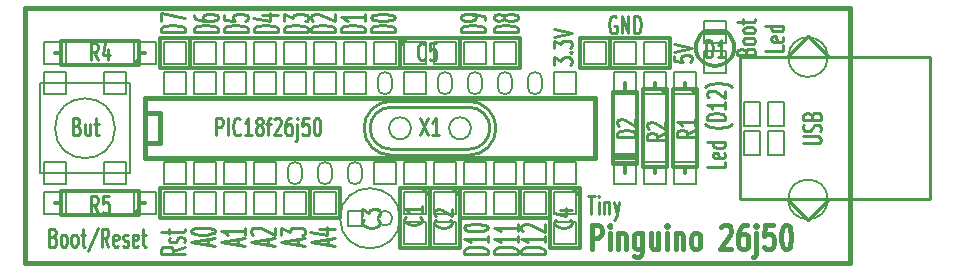
<source format=gto>
G04 (created by PCBNEW (2012-09-11 BZR 3714)-testing) date mer. 12 sept. 2012 09:40:05 CEST*
%MOIN*%
G04 Gerber Fmt 3.4, Leading zero omitted, Abs format*
%FSLAX34Y34*%
G01*
G70*
G90*
G04 APERTURE LIST*
%ADD10C,0.006*%
%ADD11C,0.0099*%
%ADD12C,0.015*%
%ADD13C,0.012*%
%ADD14C,0.01*%
%ADD15C,0.005*%
G04 APERTURE END LIST*
G54D10*
G54D11*
X70529Y-42940D02*
X70557Y-42884D01*
X70586Y-42865D01*
X70643Y-42846D01*
X70729Y-42846D01*
X70786Y-42865D01*
X70814Y-42884D01*
X70843Y-42921D01*
X70843Y-43071D01*
X70243Y-43071D01*
X70243Y-42940D01*
X70271Y-42902D01*
X70300Y-42884D01*
X70357Y-42865D01*
X70414Y-42865D01*
X70471Y-42884D01*
X70500Y-42902D01*
X70529Y-42940D01*
X70529Y-43071D01*
X70843Y-42621D02*
X70814Y-42658D01*
X70786Y-42677D01*
X70729Y-42696D01*
X70557Y-42696D01*
X70500Y-42677D01*
X70471Y-42658D01*
X70443Y-42621D01*
X70443Y-42565D01*
X70471Y-42527D01*
X70500Y-42508D01*
X70557Y-42490D01*
X70729Y-42490D01*
X70786Y-42508D01*
X70814Y-42527D01*
X70843Y-42565D01*
X70843Y-42621D01*
X70843Y-42265D02*
X70814Y-42302D01*
X70786Y-42321D01*
X70729Y-42340D01*
X70557Y-42340D01*
X70500Y-42321D01*
X70471Y-42302D01*
X70443Y-42265D01*
X70443Y-42209D01*
X70471Y-42171D01*
X70500Y-42152D01*
X70557Y-42134D01*
X70729Y-42134D01*
X70786Y-42152D01*
X70814Y-42171D01*
X70843Y-42209D01*
X70843Y-42265D01*
X70443Y-42021D02*
X70443Y-41871D01*
X70243Y-41965D02*
X70757Y-41965D01*
X70814Y-41946D01*
X70843Y-41909D01*
X70843Y-41871D01*
X71782Y-42725D02*
X71782Y-42912D01*
X71182Y-42912D01*
X71753Y-42443D02*
X71782Y-42481D01*
X71782Y-42556D01*
X71753Y-42593D01*
X71696Y-42612D01*
X71468Y-42612D01*
X71410Y-42593D01*
X71382Y-42556D01*
X71382Y-42481D01*
X71410Y-42443D01*
X71468Y-42424D01*
X71525Y-42424D01*
X71582Y-42612D01*
X71782Y-42086D02*
X71182Y-42086D01*
X71753Y-42086D02*
X71782Y-42124D01*
X71782Y-42199D01*
X71753Y-42236D01*
X71725Y-42255D01*
X71668Y-42274D01*
X71496Y-42274D01*
X71439Y-42255D01*
X71410Y-42236D01*
X71382Y-42199D01*
X71382Y-42124D01*
X71410Y-42086D01*
X69843Y-46610D02*
X69843Y-46797D01*
X69243Y-46797D01*
X69814Y-46328D02*
X69843Y-46366D01*
X69843Y-46441D01*
X69814Y-46478D01*
X69757Y-46497D01*
X69529Y-46497D01*
X69471Y-46478D01*
X69443Y-46441D01*
X69443Y-46366D01*
X69471Y-46328D01*
X69529Y-46309D01*
X69586Y-46309D01*
X69643Y-46497D01*
X69843Y-45971D02*
X69243Y-45971D01*
X69814Y-45971D02*
X69843Y-46009D01*
X69843Y-46084D01*
X69814Y-46121D01*
X69786Y-46140D01*
X69729Y-46159D01*
X69557Y-46159D01*
X69500Y-46140D01*
X69471Y-46121D01*
X69443Y-46084D01*
X69443Y-46009D01*
X69471Y-45971D01*
X70071Y-45372D02*
X70043Y-45390D01*
X69957Y-45428D01*
X69900Y-45447D01*
X69814Y-45465D01*
X69671Y-45484D01*
X69557Y-45484D01*
X69414Y-45465D01*
X69329Y-45447D01*
X69271Y-45428D01*
X69186Y-45390D01*
X69157Y-45372D01*
X69843Y-45221D02*
X69243Y-45221D01*
X69243Y-45127D01*
X69271Y-45071D01*
X69329Y-45034D01*
X69386Y-45015D01*
X69500Y-44996D01*
X69586Y-44996D01*
X69700Y-45015D01*
X69757Y-45034D01*
X69814Y-45071D01*
X69843Y-45127D01*
X69843Y-45221D01*
X69843Y-44621D02*
X69843Y-44846D01*
X69843Y-44733D02*
X69243Y-44733D01*
X69329Y-44771D01*
X69386Y-44808D01*
X69414Y-44846D01*
X69300Y-44471D02*
X69271Y-44452D01*
X69243Y-44415D01*
X69243Y-44321D01*
X69271Y-44283D01*
X69300Y-44265D01*
X69357Y-44246D01*
X69414Y-44246D01*
X69500Y-44265D01*
X69843Y-44490D01*
X69843Y-44246D01*
X70071Y-44115D02*
X70043Y-44096D01*
X69957Y-44058D01*
X69900Y-44040D01*
X69814Y-44021D01*
X69671Y-44002D01*
X69557Y-44002D01*
X69414Y-44021D01*
X69329Y-44040D01*
X69271Y-44058D01*
X69186Y-44096D01*
X69157Y-44115D01*
X47446Y-49129D02*
X47502Y-49157D01*
X47521Y-49186D01*
X47540Y-49243D01*
X47540Y-49329D01*
X47521Y-49386D01*
X47502Y-49414D01*
X47465Y-49443D01*
X47315Y-49443D01*
X47315Y-48843D01*
X47446Y-48843D01*
X47484Y-48871D01*
X47502Y-48900D01*
X47521Y-48957D01*
X47521Y-49014D01*
X47502Y-49071D01*
X47484Y-49100D01*
X47446Y-49129D01*
X47315Y-49129D01*
X47765Y-49443D02*
X47728Y-49414D01*
X47709Y-49386D01*
X47690Y-49329D01*
X47690Y-49157D01*
X47709Y-49100D01*
X47728Y-49071D01*
X47765Y-49043D01*
X47821Y-49043D01*
X47859Y-49071D01*
X47878Y-49100D01*
X47896Y-49157D01*
X47896Y-49329D01*
X47878Y-49386D01*
X47859Y-49414D01*
X47821Y-49443D01*
X47765Y-49443D01*
X48121Y-49443D02*
X48084Y-49414D01*
X48065Y-49386D01*
X48046Y-49329D01*
X48046Y-49157D01*
X48065Y-49100D01*
X48084Y-49071D01*
X48121Y-49043D01*
X48177Y-49043D01*
X48215Y-49071D01*
X48234Y-49100D01*
X48252Y-49157D01*
X48252Y-49329D01*
X48234Y-49386D01*
X48215Y-49414D01*
X48177Y-49443D01*
X48121Y-49443D01*
X48365Y-49043D02*
X48515Y-49043D01*
X48421Y-48843D02*
X48421Y-49357D01*
X48440Y-49414D01*
X48477Y-49443D01*
X48515Y-49443D01*
X48927Y-48814D02*
X48590Y-49586D01*
X49284Y-49443D02*
X49153Y-49157D01*
X49059Y-49443D02*
X49059Y-48843D01*
X49209Y-48843D01*
X49246Y-48871D01*
X49265Y-48900D01*
X49284Y-48957D01*
X49284Y-49043D01*
X49265Y-49100D01*
X49246Y-49129D01*
X49209Y-49157D01*
X49059Y-49157D01*
X49603Y-49414D02*
X49565Y-49443D01*
X49490Y-49443D01*
X49453Y-49414D01*
X49434Y-49357D01*
X49434Y-49129D01*
X49453Y-49071D01*
X49490Y-49043D01*
X49565Y-49043D01*
X49603Y-49071D01*
X49622Y-49129D01*
X49622Y-49186D01*
X49434Y-49243D01*
X49772Y-49414D02*
X49810Y-49443D01*
X49885Y-49443D01*
X49922Y-49414D01*
X49941Y-49357D01*
X49941Y-49329D01*
X49922Y-49271D01*
X49885Y-49243D01*
X49828Y-49243D01*
X49791Y-49214D01*
X49772Y-49157D01*
X49772Y-49129D01*
X49791Y-49071D01*
X49828Y-49043D01*
X49885Y-49043D01*
X49922Y-49071D01*
X50260Y-49414D02*
X50222Y-49443D01*
X50147Y-49443D01*
X50110Y-49414D01*
X50091Y-49357D01*
X50091Y-49129D01*
X50110Y-49071D01*
X50147Y-49043D01*
X50222Y-49043D01*
X50260Y-49071D01*
X50279Y-49129D01*
X50279Y-49186D01*
X50091Y-49243D01*
X50392Y-49043D02*
X50542Y-49043D01*
X50448Y-48843D02*
X50448Y-49357D01*
X50467Y-49414D01*
X50504Y-49443D01*
X50542Y-49443D01*
X65266Y-47743D02*
X65491Y-47743D01*
X65378Y-48343D02*
X65378Y-47743D01*
X65622Y-48343D02*
X65622Y-47943D01*
X65622Y-47743D02*
X65603Y-47771D01*
X65622Y-47800D01*
X65641Y-47771D01*
X65622Y-47743D01*
X65622Y-47800D01*
X65810Y-47943D02*
X65810Y-48343D01*
X65810Y-48000D02*
X65829Y-47971D01*
X65866Y-47943D01*
X65922Y-47943D01*
X65960Y-47971D01*
X65979Y-48029D01*
X65979Y-48343D01*
X66128Y-47943D02*
X66222Y-48343D01*
X66316Y-47943D02*
X66222Y-48343D01*
X66185Y-48486D01*
X66166Y-48514D01*
X66128Y-48543D01*
G54D12*
X65386Y-49524D02*
X65386Y-48724D01*
X65614Y-48724D01*
X65672Y-48762D01*
X65700Y-48800D01*
X65729Y-48876D01*
X65729Y-48990D01*
X65700Y-49067D01*
X65672Y-49105D01*
X65614Y-49143D01*
X65386Y-49143D01*
X65986Y-49524D02*
X65986Y-48990D01*
X65986Y-48724D02*
X65957Y-48762D01*
X65986Y-48800D01*
X66014Y-48762D01*
X65986Y-48724D01*
X65986Y-48800D01*
X66272Y-48990D02*
X66272Y-49524D01*
X66272Y-49067D02*
X66300Y-49029D01*
X66358Y-48990D01*
X66443Y-48990D01*
X66500Y-49029D01*
X66529Y-49105D01*
X66529Y-49524D01*
X67072Y-48990D02*
X67072Y-49638D01*
X67043Y-49714D01*
X67015Y-49752D01*
X66958Y-49790D01*
X66872Y-49790D01*
X66815Y-49752D01*
X67072Y-49486D02*
X67015Y-49524D01*
X66901Y-49524D01*
X66843Y-49486D01*
X66815Y-49448D01*
X66786Y-49371D01*
X66786Y-49143D01*
X66815Y-49067D01*
X66843Y-49029D01*
X66901Y-48990D01*
X67015Y-48990D01*
X67072Y-49029D01*
X67615Y-48990D02*
X67615Y-49524D01*
X67358Y-48990D02*
X67358Y-49410D01*
X67386Y-49486D01*
X67444Y-49524D01*
X67529Y-49524D01*
X67586Y-49486D01*
X67615Y-49448D01*
X67901Y-49524D02*
X67901Y-48990D01*
X67901Y-48724D02*
X67872Y-48762D01*
X67901Y-48800D01*
X67929Y-48762D01*
X67901Y-48724D01*
X67901Y-48800D01*
X68187Y-48990D02*
X68187Y-49524D01*
X68187Y-49067D02*
X68215Y-49029D01*
X68273Y-48990D01*
X68358Y-48990D01*
X68415Y-49029D01*
X68444Y-49105D01*
X68444Y-49524D01*
X68816Y-49524D02*
X68758Y-49486D01*
X68730Y-49448D01*
X68701Y-49371D01*
X68701Y-49143D01*
X68730Y-49067D01*
X68758Y-49029D01*
X68816Y-48990D01*
X68901Y-48990D01*
X68958Y-49029D01*
X68987Y-49067D01*
X69016Y-49143D01*
X69016Y-49371D01*
X68987Y-49448D01*
X68958Y-49486D01*
X68901Y-49524D01*
X68816Y-49524D01*
X69701Y-48800D02*
X69730Y-48762D01*
X69787Y-48724D01*
X69930Y-48724D01*
X69987Y-48762D01*
X70016Y-48800D01*
X70044Y-48876D01*
X70044Y-48952D01*
X70016Y-49067D01*
X69673Y-49524D01*
X70044Y-49524D01*
X70558Y-48724D02*
X70444Y-48724D01*
X70387Y-48762D01*
X70358Y-48800D01*
X70301Y-48914D01*
X70272Y-49067D01*
X70272Y-49371D01*
X70301Y-49448D01*
X70329Y-49486D01*
X70387Y-49524D01*
X70501Y-49524D01*
X70558Y-49486D01*
X70587Y-49448D01*
X70615Y-49371D01*
X70615Y-49181D01*
X70587Y-49105D01*
X70558Y-49067D01*
X70501Y-49029D01*
X70387Y-49029D01*
X70329Y-49067D01*
X70301Y-49105D01*
X70272Y-49181D01*
X70872Y-48990D02*
X70872Y-49676D01*
X70843Y-49752D01*
X70786Y-49790D01*
X70758Y-49790D01*
X70872Y-48724D02*
X70843Y-48762D01*
X70872Y-48800D01*
X70900Y-48762D01*
X70872Y-48724D01*
X70872Y-48800D01*
X71444Y-48724D02*
X71158Y-48724D01*
X71129Y-49105D01*
X71158Y-49067D01*
X71215Y-49029D01*
X71358Y-49029D01*
X71415Y-49067D01*
X71444Y-49105D01*
X71472Y-49181D01*
X71472Y-49371D01*
X71444Y-49448D01*
X71415Y-49486D01*
X71358Y-49524D01*
X71215Y-49524D01*
X71158Y-49486D01*
X71129Y-49448D01*
X71843Y-48724D02*
X71900Y-48724D01*
X71957Y-48762D01*
X71986Y-48800D01*
X72015Y-48876D01*
X72043Y-49029D01*
X72043Y-49219D01*
X72015Y-49371D01*
X71986Y-49448D01*
X71957Y-49486D01*
X71900Y-49524D01*
X71843Y-49524D01*
X71786Y-49486D01*
X71757Y-49448D01*
X71729Y-49371D01*
X71700Y-49219D01*
X71700Y-49029D01*
X71729Y-48876D01*
X71757Y-48800D01*
X71786Y-48762D01*
X71843Y-48724D01*
G54D11*
X61824Y-42290D02*
X61024Y-42290D01*
X61024Y-42196D01*
X61062Y-42140D01*
X61138Y-42103D01*
X61214Y-42084D01*
X61367Y-42065D01*
X61481Y-42065D01*
X61633Y-42084D01*
X61710Y-42103D01*
X61786Y-42140D01*
X61824Y-42196D01*
X61824Y-42290D01*
X61824Y-41877D02*
X61824Y-41802D01*
X61786Y-41765D01*
X61748Y-41746D01*
X61633Y-41709D01*
X61481Y-41690D01*
X61176Y-41690D01*
X61100Y-41709D01*
X61062Y-41727D01*
X61024Y-41765D01*
X61024Y-41840D01*
X61062Y-41877D01*
X61100Y-41896D01*
X61176Y-41915D01*
X61367Y-41915D01*
X61443Y-41896D01*
X61481Y-41877D01*
X61519Y-41840D01*
X61519Y-41765D01*
X61481Y-41727D01*
X61443Y-41709D01*
X61367Y-41690D01*
X62924Y-42290D02*
X62124Y-42290D01*
X62124Y-42196D01*
X62162Y-42140D01*
X62238Y-42103D01*
X62314Y-42084D01*
X62467Y-42065D01*
X62581Y-42065D01*
X62733Y-42084D01*
X62810Y-42103D01*
X62886Y-42140D01*
X62924Y-42196D01*
X62924Y-42290D01*
X62467Y-41840D02*
X62429Y-41877D01*
X62390Y-41896D01*
X62314Y-41915D01*
X62276Y-41915D01*
X62200Y-41896D01*
X62162Y-41877D01*
X62124Y-41840D01*
X62124Y-41765D01*
X62162Y-41727D01*
X62200Y-41709D01*
X62276Y-41690D01*
X62314Y-41690D01*
X62390Y-41709D01*
X62429Y-41727D01*
X62467Y-41765D01*
X62467Y-41840D01*
X62505Y-41877D01*
X62543Y-41896D01*
X62619Y-41915D01*
X62771Y-41915D01*
X62848Y-41896D01*
X62886Y-41877D01*
X62924Y-41840D01*
X62924Y-41765D01*
X62886Y-41727D01*
X62848Y-41709D01*
X62771Y-41690D01*
X62619Y-41690D01*
X62543Y-41709D01*
X62505Y-41727D01*
X62467Y-41765D01*
X59835Y-43182D02*
X59816Y-43211D01*
X59760Y-43239D01*
X59722Y-43239D01*
X59666Y-43211D01*
X59629Y-43154D01*
X59610Y-43098D01*
X59591Y-42985D01*
X59591Y-42901D01*
X59610Y-42788D01*
X59629Y-42732D01*
X59666Y-42676D01*
X59722Y-42648D01*
X59760Y-42648D01*
X59816Y-42676D01*
X59835Y-42704D01*
X60191Y-42648D02*
X60004Y-42648D01*
X59985Y-42929D01*
X60004Y-42901D01*
X60041Y-42873D01*
X60135Y-42873D01*
X60173Y-42901D01*
X60191Y-42929D01*
X60210Y-42985D01*
X60210Y-43126D01*
X60191Y-43182D01*
X60173Y-43211D01*
X60135Y-43239D01*
X60041Y-43239D01*
X60004Y-43211D01*
X59985Y-43182D01*
X58824Y-42290D02*
X58024Y-42290D01*
X58024Y-42196D01*
X58062Y-42140D01*
X58138Y-42103D01*
X58214Y-42084D01*
X58367Y-42065D01*
X58481Y-42065D01*
X58633Y-42084D01*
X58710Y-42103D01*
X58786Y-42140D01*
X58824Y-42196D01*
X58824Y-42290D01*
X58024Y-41821D02*
X58024Y-41784D01*
X58062Y-41746D01*
X58100Y-41727D01*
X58176Y-41709D01*
X58329Y-41690D01*
X58519Y-41690D01*
X58671Y-41709D01*
X58748Y-41727D01*
X58786Y-41746D01*
X58824Y-41784D01*
X58824Y-41821D01*
X58786Y-41859D01*
X58748Y-41877D01*
X58671Y-41896D01*
X58519Y-41915D01*
X58329Y-41915D01*
X58176Y-41896D01*
X58100Y-41877D01*
X58062Y-41859D01*
X58024Y-41821D01*
X57824Y-42290D02*
X57024Y-42290D01*
X57024Y-42196D01*
X57062Y-42140D01*
X57138Y-42103D01*
X57214Y-42084D01*
X57367Y-42065D01*
X57481Y-42065D01*
X57633Y-42084D01*
X57710Y-42103D01*
X57786Y-42140D01*
X57824Y-42196D01*
X57824Y-42290D01*
X57824Y-41690D02*
X57824Y-41915D01*
X57824Y-41802D02*
X57024Y-41802D01*
X57138Y-41840D01*
X57214Y-41877D01*
X57252Y-41915D01*
X56824Y-42290D02*
X56024Y-42290D01*
X56024Y-42196D01*
X56062Y-42140D01*
X56138Y-42103D01*
X56214Y-42084D01*
X56367Y-42065D01*
X56481Y-42065D01*
X56633Y-42084D01*
X56710Y-42103D01*
X56786Y-42140D01*
X56824Y-42196D01*
X56824Y-42290D01*
X56100Y-41915D02*
X56062Y-41896D01*
X56024Y-41859D01*
X56024Y-41765D01*
X56062Y-41727D01*
X56100Y-41709D01*
X56176Y-41690D01*
X56252Y-41690D01*
X56367Y-41709D01*
X56824Y-41934D01*
X56824Y-41690D01*
X55924Y-42290D02*
X55124Y-42290D01*
X55124Y-42196D01*
X55162Y-42140D01*
X55238Y-42103D01*
X55314Y-42084D01*
X55467Y-42065D01*
X55581Y-42065D01*
X55733Y-42084D01*
X55810Y-42103D01*
X55886Y-42140D01*
X55924Y-42196D01*
X55924Y-42290D01*
X55124Y-41934D02*
X55124Y-41690D01*
X55429Y-41821D01*
X55429Y-41765D01*
X55467Y-41727D01*
X55505Y-41709D01*
X55581Y-41690D01*
X55771Y-41690D01*
X55848Y-41709D01*
X55886Y-41727D01*
X55924Y-41765D01*
X55924Y-41877D01*
X55886Y-41915D01*
X55848Y-41934D01*
X54924Y-42290D02*
X54124Y-42290D01*
X54124Y-42196D01*
X54162Y-42140D01*
X54238Y-42103D01*
X54314Y-42084D01*
X54467Y-42065D01*
X54581Y-42065D01*
X54733Y-42084D01*
X54810Y-42103D01*
X54886Y-42140D01*
X54924Y-42196D01*
X54924Y-42290D01*
X54390Y-41727D02*
X54924Y-41727D01*
X54086Y-41821D02*
X54657Y-41915D01*
X54657Y-41671D01*
X53924Y-42290D02*
X53124Y-42290D01*
X53124Y-42196D01*
X53162Y-42140D01*
X53238Y-42103D01*
X53314Y-42084D01*
X53467Y-42065D01*
X53581Y-42065D01*
X53733Y-42084D01*
X53810Y-42103D01*
X53886Y-42140D01*
X53924Y-42196D01*
X53924Y-42290D01*
X53124Y-41709D02*
X53124Y-41896D01*
X53505Y-41915D01*
X53467Y-41896D01*
X53429Y-41859D01*
X53429Y-41765D01*
X53467Y-41727D01*
X53505Y-41709D01*
X53581Y-41690D01*
X53771Y-41690D01*
X53848Y-41709D01*
X53886Y-41727D01*
X53924Y-41765D01*
X53924Y-41859D01*
X53886Y-41896D01*
X53848Y-41915D01*
X52924Y-42290D02*
X52124Y-42290D01*
X52124Y-42196D01*
X52162Y-42140D01*
X52238Y-42103D01*
X52314Y-42084D01*
X52467Y-42065D01*
X52581Y-42065D01*
X52733Y-42084D01*
X52810Y-42103D01*
X52886Y-42140D01*
X52924Y-42196D01*
X52924Y-42290D01*
X52124Y-41727D02*
X52124Y-41802D01*
X52162Y-41840D01*
X52200Y-41859D01*
X52314Y-41896D01*
X52467Y-41915D01*
X52771Y-41915D01*
X52848Y-41896D01*
X52886Y-41877D01*
X52924Y-41840D01*
X52924Y-41765D01*
X52886Y-41727D01*
X52848Y-41709D01*
X52771Y-41690D01*
X52581Y-41690D01*
X52505Y-41709D01*
X52467Y-41727D01*
X52429Y-41765D01*
X52429Y-41840D01*
X52467Y-41877D01*
X52505Y-41896D01*
X52581Y-41915D01*
X51824Y-42290D02*
X51024Y-42290D01*
X51024Y-42196D01*
X51062Y-42140D01*
X51138Y-42103D01*
X51214Y-42084D01*
X51367Y-42065D01*
X51481Y-42065D01*
X51633Y-42084D01*
X51710Y-42103D01*
X51786Y-42140D01*
X51824Y-42196D01*
X51824Y-42290D01*
X51024Y-41934D02*
X51024Y-41671D01*
X51824Y-41840D01*
X61924Y-49678D02*
X61124Y-49678D01*
X61124Y-49584D01*
X61162Y-49528D01*
X61238Y-49491D01*
X61314Y-49472D01*
X61467Y-49453D01*
X61581Y-49453D01*
X61733Y-49472D01*
X61810Y-49491D01*
X61886Y-49528D01*
X61924Y-49584D01*
X61924Y-49678D01*
X61924Y-49078D02*
X61924Y-49303D01*
X61924Y-49190D02*
X61124Y-49190D01*
X61238Y-49228D01*
X61314Y-49265D01*
X61352Y-49303D01*
X61124Y-48834D02*
X61124Y-48797D01*
X61162Y-48759D01*
X61200Y-48740D01*
X61276Y-48722D01*
X61429Y-48703D01*
X61619Y-48703D01*
X61771Y-48722D01*
X61848Y-48740D01*
X61886Y-48759D01*
X61924Y-48797D01*
X61924Y-48834D01*
X61886Y-48872D01*
X61848Y-48890D01*
X61771Y-48909D01*
X61619Y-48928D01*
X61429Y-48928D01*
X61276Y-48909D01*
X61200Y-48890D01*
X61162Y-48872D01*
X61124Y-48834D01*
X62924Y-49678D02*
X62124Y-49678D01*
X62124Y-49584D01*
X62162Y-49528D01*
X62238Y-49491D01*
X62314Y-49472D01*
X62467Y-49453D01*
X62581Y-49453D01*
X62733Y-49472D01*
X62810Y-49491D01*
X62886Y-49528D01*
X62924Y-49584D01*
X62924Y-49678D01*
X62924Y-49078D02*
X62924Y-49303D01*
X62924Y-49190D02*
X62124Y-49190D01*
X62238Y-49228D01*
X62314Y-49265D01*
X62352Y-49303D01*
X62924Y-48703D02*
X62924Y-48928D01*
X62924Y-48815D02*
X62124Y-48815D01*
X62238Y-48853D01*
X62314Y-48890D01*
X62352Y-48928D01*
X63824Y-49678D02*
X63024Y-49678D01*
X63024Y-49584D01*
X63062Y-49528D01*
X63138Y-49491D01*
X63214Y-49472D01*
X63367Y-49453D01*
X63481Y-49453D01*
X63633Y-49472D01*
X63710Y-49491D01*
X63786Y-49528D01*
X63824Y-49584D01*
X63824Y-49678D01*
X63824Y-49078D02*
X63824Y-49303D01*
X63824Y-49190D02*
X63024Y-49190D01*
X63138Y-49228D01*
X63214Y-49265D01*
X63252Y-49303D01*
X63100Y-48928D02*
X63062Y-48909D01*
X63024Y-48872D01*
X63024Y-48778D01*
X63062Y-48740D01*
X63100Y-48722D01*
X63176Y-48703D01*
X63252Y-48703D01*
X63367Y-48722D01*
X63824Y-48947D01*
X63824Y-48703D01*
X59681Y-45148D02*
X59944Y-45739D01*
X59944Y-45148D02*
X59681Y-45739D01*
X60300Y-45739D02*
X60075Y-45739D01*
X60188Y-45739D02*
X60188Y-45148D01*
X60150Y-45232D01*
X60113Y-45288D01*
X60075Y-45317D01*
X52875Y-45739D02*
X52875Y-45148D01*
X53025Y-45148D01*
X53062Y-45176D01*
X53081Y-45204D01*
X53100Y-45260D01*
X53100Y-45345D01*
X53081Y-45401D01*
X53062Y-45429D01*
X53025Y-45457D01*
X52875Y-45457D01*
X53269Y-45739D02*
X53269Y-45148D01*
X53682Y-45682D02*
X53663Y-45711D01*
X53607Y-45739D01*
X53569Y-45739D01*
X53513Y-45711D01*
X53476Y-45654D01*
X53457Y-45598D01*
X53438Y-45485D01*
X53438Y-45401D01*
X53457Y-45288D01*
X53476Y-45232D01*
X53513Y-45176D01*
X53569Y-45148D01*
X53607Y-45148D01*
X53663Y-45176D01*
X53682Y-45204D01*
X54057Y-45739D02*
X53832Y-45739D01*
X53945Y-45739D02*
X53945Y-45148D01*
X53907Y-45232D01*
X53870Y-45288D01*
X53832Y-45317D01*
X54282Y-45401D02*
X54245Y-45373D01*
X54226Y-45345D01*
X54207Y-45288D01*
X54207Y-45260D01*
X54226Y-45204D01*
X54245Y-45176D01*
X54282Y-45148D01*
X54357Y-45148D01*
X54395Y-45176D01*
X54413Y-45204D01*
X54432Y-45260D01*
X54432Y-45288D01*
X54413Y-45345D01*
X54395Y-45373D01*
X54357Y-45401D01*
X54282Y-45401D01*
X54245Y-45429D01*
X54226Y-45457D01*
X54207Y-45514D01*
X54207Y-45626D01*
X54226Y-45682D01*
X54245Y-45711D01*
X54282Y-45739D01*
X54357Y-45739D01*
X54395Y-45711D01*
X54413Y-45682D01*
X54432Y-45626D01*
X54432Y-45514D01*
X54413Y-45457D01*
X54395Y-45429D01*
X54357Y-45401D01*
X54545Y-45345D02*
X54695Y-45345D01*
X54601Y-45739D02*
X54601Y-45232D01*
X54620Y-45176D01*
X54657Y-45148D01*
X54695Y-45148D01*
X54807Y-45204D02*
X54826Y-45176D01*
X54863Y-45148D01*
X54957Y-45148D01*
X54995Y-45176D01*
X55013Y-45204D01*
X55032Y-45260D01*
X55032Y-45317D01*
X55013Y-45401D01*
X54788Y-45739D01*
X55032Y-45739D01*
X55370Y-45148D02*
X55295Y-45148D01*
X55257Y-45176D01*
X55238Y-45204D01*
X55201Y-45288D01*
X55182Y-45401D01*
X55182Y-45626D01*
X55201Y-45682D01*
X55220Y-45711D01*
X55257Y-45739D01*
X55332Y-45739D01*
X55370Y-45711D01*
X55388Y-45682D01*
X55407Y-45626D01*
X55407Y-45485D01*
X55388Y-45429D01*
X55370Y-45401D01*
X55332Y-45373D01*
X55257Y-45373D01*
X55220Y-45401D01*
X55201Y-45429D01*
X55182Y-45485D01*
X55576Y-45345D02*
X55576Y-45851D01*
X55557Y-45908D01*
X55520Y-45936D01*
X55501Y-45936D01*
X55576Y-45148D02*
X55557Y-45176D01*
X55576Y-45204D01*
X55595Y-45176D01*
X55576Y-45148D01*
X55576Y-45204D01*
X55951Y-45148D02*
X55764Y-45148D01*
X55745Y-45429D01*
X55764Y-45401D01*
X55801Y-45373D01*
X55895Y-45373D01*
X55933Y-45401D01*
X55951Y-45429D01*
X55970Y-45485D01*
X55970Y-45626D01*
X55951Y-45682D01*
X55933Y-45711D01*
X55895Y-45739D01*
X55801Y-45739D01*
X55764Y-45711D01*
X55745Y-45682D01*
X56214Y-45148D02*
X56251Y-45148D01*
X56289Y-45176D01*
X56308Y-45204D01*
X56326Y-45260D01*
X56345Y-45373D01*
X56345Y-45514D01*
X56326Y-45626D01*
X56308Y-45682D01*
X56289Y-45711D01*
X56251Y-45739D01*
X56214Y-45739D01*
X56176Y-45711D01*
X56158Y-45682D01*
X56139Y-45626D01*
X56120Y-45514D01*
X56120Y-45373D01*
X56139Y-45260D01*
X56158Y-45204D01*
X56176Y-45176D01*
X56214Y-45148D01*
X48935Y-43239D02*
X48804Y-42957D01*
X48710Y-43239D02*
X48710Y-42648D01*
X48860Y-42648D01*
X48897Y-42676D01*
X48916Y-42704D01*
X48935Y-42760D01*
X48935Y-42845D01*
X48916Y-42901D01*
X48897Y-42929D01*
X48860Y-42957D01*
X48710Y-42957D01*
X49273Y-42845D02*
X49273Y-43239D01*
X49179Y-42620D02*
X49085Y-43042D01*
X49329Y-43042D01*
X48238Y-45429D02*
X48294Y-45457D01*
X48313Y-45485D01*
X48332Y-45542D01*
X48332Y-45626D01*
X48313Y-45682D01*
X48294Y-45711D01*
X48257Y-45739D01*
X48107Y-45739D01*
X48107Y-45148D01*
X48238Y-45148D01*
X48276Y-45176D01*
X48294Y-45204D01*
X48313Y-45260D01*
X48313Y-45317D01*
X48294Y-45373D01*
X48276Y-45401D01*
X48238Y-45429D01*
X48107Y-45429D01*
X48670Y-45345D02*
X48670Y-45739D01*
X48501Y-45345D02*
X48501Y-45654D01*
X48520Y-45711D01*
X48557Y-45739D01*
X48613Y-45739D01*
X48651Y-45711D01*
X48670Y-45682D01*
X48801Y-45345D02*
X48951Y-45345D01*
X48857Y-45148D02*
X48857Y-45654D01*
X48876Y-45711D01*
X48913Y-45739D01*
X48951Y-45739D01*
X48935Y-48339D02*
X48804Y-48057D01*
X48710Y-48339D02*
X48710Y-47748D01*
X48860Y-47748D01*
X48897Y-47776D01*
X48916Y-47804D01*
X48935Y-47860D01*
X48935Y-47945D01*
X48916Y-48001D01*
X48897Y-48029D01*
X48860Y-48057D01*
X48710Y-48057D01*
X49291Y-47748D02*
X49104Y-47748D01*
X49085Y-48029D01*
X49104Y-48001D01*
X49141Y-47973D01*
X49235Y-47973D01*
X49273Y-48001D01*
X49291Y-48029D01*
X49310Y-48085D01*
X49310Y-48226D01*
X49291Y-48282D01*
X49273Y-48311D01*
X49235Y-48339D01*
X49141Y-48339D01*
X49104Y-48311D01*
X49085Y-48282D01*
X56595Y-49381D02*
X56595Y-49193D01*
X56824Y-49418D02*
X56024Y-49287D01*
X56824Y-49156D01*
X56290Y-48855D02*
X56824Y-48855D01*
X55986Y-48949D02*
X56557Y-49043D01*
X56557Y-48799D01*
X55595Y-49381D02*
X55595Y-49193D01*
X55824Y-49418D02*
X55024Y-49287D01*
X55824Y-49156D01*
X55024Y-49062D02*
X55024Y-48818D01*
X55329Y-48949D01*
X55329Y-48893D01*
X55367Y-48855D01*
X55405Y-48837D01*
X55481Y-48818D01*
X55671Y-48818D01*
X55748Y-48837D01*
X55786Y-48855D01*
X55824Y-48893D01*
X55824Y-49005D01*
X55786Y-49043D01*
X55748Y-49062D01*
X54595Y-49381D02*
X54595Y-49193D01*
X54824Y-49418D02*
X54024Y-49287D01*
X54824Y-49156D01*
X54100Y-49043D02*
X54062Y-49024D01*
X54024Y-48987D01*
X54024Y-48893D01*
X54062Y-48855D01*
X54100Y-48837D01*
X54176Y-48818D01*
X54252Y-48818D01*
X54367Y-48837D01*
X54824Y-49062D01*
X54824Y-48818D01*
X53595Y-49381D02*
X53595Y-49193D01*
X53824Y-49418D02*
X53024Y-49287D01*
X53824Y-49156D01*
X53824Y-48818D02*
X53824Y-49043D01*
X53824Y-48930D02*
X53024Y-48930D01*
X53138Y-48968D01*
X53214Y-49005D01*
X53252Y-49043D01*
X52595Y-49381D02*
X52595Y-49193D01*
X52824Y-49418D02*
X52024Y-49287D01*
X52824Y-49156D01*
X52024Y-48949D02*
X52024Y-48912D01*
X52062Y-48874D01*
X52100Y-48855D01*
X52176Y-48837D01*
X52329Y-48818D01*
X52519Y-48818D01*
X52671Y-48837D01*
X52748Y-48855D01*
X52786Y-48874D01*
X52824Y-48912D01*
X52824Y-48949D01*
X52786Y-48987D01*
X52748Y-49005D01*
X52671Y-49024D01*
X52519Y-49043D01*
X52329Y-49043D01*
X52176Y-49024D01*
X52100Y-49005D01*
X52062Y-48987D01*
X52024Y-48949D01*
X51824Y-49450D02*
X51443Y-49581D01*
X51824Y-49675D02*
X51024Y-49675D01*
X51024Y-49525D01*
X51062Y-49488D01*
X51100Y-49469D01*
X51176Y-49450D01*
X51290Y-49450D01*
X51367Y-49469D01*
X51405Y-49488D01*
X51443Y-49525D01*
X51443Y-49675D01*
X51786Y-49300D02*
X51824Y-49262D01*
X51824Y-49187D01*
X51786Y-49150D01*
X51710Y-49131D01*
X51671Y-49131D01*
X51595Y-49150D01*
X51557Y-49187D01*
X51557Y-49244D01*
X51519Y-49281D01*
X51443Y-49300D01*
X51405Y-49300D01*
X51329Y-49281D01*
X51290Y-49244D01*
X51290Y-49187D01*
X51329Y-49150D01*
X51290Y-49018D02*
X51290Y-48868D01*
X51024Y-48962D02*
X51710Y-48962D01*
X51786Y-48943D01*
X51824Y-48906D01*
X51824Y-48868D01*
X58282Y-48565D02*
X58311Y-48584D01*
X58339Y-48640D01*
X58339Y-48678D01*
X58311Y-48734D01*
X58254Y-48771D01*
X58198Y-48790D01*
X58085Y-48809D01*
X58001Y-48809D01*
X57888Y-48790D01*
X57832Y-48771D01*
X57776Y-48734D01*
X57748Y-48678D01*
X57748Y-48640D01*
X57776Y-48584D01*
X57804Y-48565D01*
X57748Y-48434D02*
X57748Y-48190D01*
X57973Y-48321D01*
X57973Y-48265D01*
X58001Y-48227D01*
X58029Y-48209D01*
X58085Y-48190D01*
X58226Y-48190D01*
X58282Y-48209D01*
X58311Y-48227D01*
X58339Y-48265D01*
X58339Y-48377D01*
X58311Y-48415D01*
X58282Y-48434D01*
X59682Y-48465D02*
X59711Y-48484D01*
X59739Y-48540D01*
X59739Y-48578D01*
X59711Y-48634D01*
X59654Y-48671D01*
X59598Y-48690D01*
X59485Y-48709D01*
X59401Y-48709D01*
X59288Y-48690D01*
X59232Y-48671D01*
X59176Y-48634D01*
X59148Y-48578D01*
X59148Y-48540D01*
X59176Y-48484D01*
X59204Y-48465D01*
X59739Y-48090D02*
X59739Y-48315D01*
X59739Y-48202D02*
X59148Y-48202D01*
X59232Y-48240D01*
X59288Y-48277D01*
X59317Y-48315D01*
X60682Y-48565D02*
X60711Y-48584D01*
X60739Y-48640D01*
X60739Y-48678D01*
X60711Y-48734D01*
X60654Y-48771D01*
X60598Y-48790D01*
X60485Y-48809D01*
X60401Y-48809D01*
X60288Y-48790D01*
X60232Y-48771D01*
X60176Y-48734D01*
X60148Y-48678D01*
X60148Y-48640D01*
X60176Y-48584D01*
X60204Y-48565D01*
X60204Y-48415D02*
X60176Y-48396D01*
X60148Y-48359D01*
X60148Y-48265D01*
X60176Y-48227D01*
X60204Y-48209D01*
X60260Y-48190D01*
X60317Y-48190D01*
X60401Y-48209D01*
X60739Y-48434D01*
X60739Y-48190D01*
X64682Y-48565D02*
X64711Y-48584D01*
X64739Y-48640D01*
X64739Y-48678D01*
X64711Y-48734D01*
X64654Y-48771D01*
X64598Y-48790D01*
X64485Y-48809D01*
X64401Y-48809D01*
X64288Y-48790D01*
X64232Y-48771D01*
X64176Y-48734D01*
X64148Y-48678D01*
X64148Y-48640D01*
X64176Y-48584D01*
X64204Y-48565D01*
X64345Y-48227D02*
X64739Y-48227D01*
X64120Y-48321D02*
X64542Y-48415D01*
X64542Y-48171D01*
X68148Y-43075D02*
X68148Y-43262D01*
X68429Y-43281D01*
X68401Y-43262D01*
X68373Y-43225D01*
X68373Y-43131D01*
X68401Y-43093D01*
X68429Y-43075D01*
X68485Y-43056D01*
X68626Y-43056D01*
X68682Y-43075D01*
X68711Y-43093D01*
X68739Y-43131D01*
X68739Y-43225D01*
X68711Y-43262D01*
X68682Y-43281D01*
X68148Y-42943D02*
X68739Y-42812D01*
X68148Y-42681D01*
X66200Y-41776D02*
X66163Y-41748D01*
X66106Y-41748D01*
X66050Y-41776D01*
X66013Y-41832D01*
X65994Y-41888D01*
X65975Y-42001D01*
X65975Y-42085D01*
X65994Y-42198D01*
X66013Y-42254D01*
X66050Y-42311D01*
X66106Y-42339D01*
X66144Y-42339D01*
X66200Y-42311D01*
X66219Y-42282D01*
X66219Y-42085D01*
X66144Y-42085D01*
X66388Y-42339D02*
X66388Y-41748D01*
X66613Y-42339D01*
X66613Y-41748D01*
X66801Y-42339D02*
X66801Y-41748D01*
X66895Y-41748D01*
X66951Y-41776D01*
X66988Y-41832D01*
X67007Y-41888D01*
X67026Y-42001D01*
X67026Y-42085D01*
X67007Y-42198D01*
X66988Y-42254D01*
X66951Y-42311D01*
X66895Y-42339D01*
X66801Y-42339D01*
X64148Y-43382D02*
X64148Y-43138D01*
X64373Y-43269D01*
X64373Y-43213D01*
X64401Y-43175D01*
X64429Y-43157D01*
X64485Y-43138D01*
X64626Y-43138D01*
X64682Y-43157D01*
X64711Y-43175D01*
X64739Y-43213D01*
X64739Y-43325D01*
X64711Y-43363D01*
X64682Y-43382D01*
X64682Y-42969D02*
X64711Y-42950D01*
X64739Y-42969D01*
X64711Y-42988D01*
X64682Y-42969D01*
X64739Y-42969D01*
X64148Y-42819D02*
X64148Y-42575D01*
X64373Y-42706D01*
X64373Y-42650D01*
X64401Y-42612D01*
X64429Y-42594D01*
X64485Y-42575D01*
X64626Y-42575D01*
X64682Y-42594D01*
X64711Y-42612D01*
X64739Y-42650D01*
X64739Y-42762D01*
X64711Y-42800D01*
X64682Y-42819D01*
X64148Y-42462D02*
X64739Y-42331D01*
X64148Y-42200D01*
X68839Y-45565D02*
X68557Y-45696D01*
X68839Y-45790D02*
X68248Y-45790D01*
X68248Y-45640D01*
X68276Y-45603D01*
X68304Y-45584D01*
X68360Y-45565D01*
X68445Y-45565D01*
X68501Y-45584D01*
X68529Y-45603D01*
X68557Y-45640D01*
X68557Y-45790D01*
X68839Y-45190D02*
X68839Y-45415D01*
X68839Y-45302D02*
X68248Y-45302D01*
X68332Y-45340D01*
X68388Y-45377D01*
X68417Y-45415D01*
X67839Y-45665D02*
X67557Y-45796D01*
X67839Y-45890D02*
X67248Y-45890D01*
X67248Y-45740D01*
X67276Y-45703D01*
X67304Y-45684D01*
X67360Y-45665D01*
X67445Y-45665D01*
X67501Y-45684D01*
X67529Y-45703D01*
X67557Y-45740D01*
X67557Y-45890D01*
X67304Y-45515D02*
X67276Y-45496D01*
X67248Y-45459D01*
X67248Y-45365D01*
X67276Y-45327D01*
X67304Y-45309D01*
X67360Y-45290D01*
X67417Y-45290D01*
X67501Y-45309D01*
X67839Y-45534D01*
X67839Y-45290D01*
X66839Y-45790D02*
X66248Y-45790D01*
X66248Y-45696D01*
X66276Y-45640D01*
X66332Y-45603D01*
X66388Y-45584D01*
X66501Y-45565D01*
X66585Y-45565D01*
X66698Y-45584D01*
X66754Y-45603D01*
X66811Y-45640D01*
X66839Y-45696D01*
X66839Y-45790D01*
X66304Y-45415D02*
X66276Y-45396D01*
X66248Y-45359D01*
X66248Y-45265D01*
X66276Y-45227D01*
X66304Y-45209D01*
X66360Y-45190D01*
X66417Y-45190D01*
X66501Y-45209D01*
X66839Y-45434D01*
X66839Y-45190D01*
X72448Y-45997D02*
X72926Y-45997D01*
X72982Y-45978D01*
X73011Y-45960D01*
X73039Y-45922D01*
X73039Y-45847D01*
X73011Y-45810D01*
X72982Y-45791D01*
X72926Y-45772D01*
X72448Y-45772D01*
X73011Y-45603D02*
X73039Y-45547D01*
X73039Y-45453D01*
X73011Y-45415D01*
X72982Y-45397D01*
X72926Y-45378D01*
X72870Y-45378D01*
X72814Y-45397D01*
X72785Y-45415D01*
X72757Y-45453D01*
X72729Y-45528D01*
X72701Y-45565D01*
X72673Y-45584D01*
X72617Y-45603D01*
X72560Y-45603D01*
X72504Y-45584D01*
X72476Y-45565D01*
X72448Y-45528D01*
X72448Y-45434D01*
X72476Y-45378D01*
X72729Y-45078D02*
X72757Y-45022D01*
X72785Y-45003D01*
X72842Y-44984D01*
X72926Y-44984D01*
X72982Y-45003D01*
X73011Y-45022D01*
X73039Y-45059D01*
X73039Y-45209D01*
X72448Y-45209D01*
X72448Y-45078D01*
X72476Y-45040D01*
X72504Y-45022D01*
X72560Y-45003D01*
X72617Y-45003D01*
X72673Y-45022D01*
X72701Y-45040D01*
X72729Y-45078D01*
X72729Y-45209D01*
X69210Y-43139D02*
X69210Y-42548D01*
X69304Y-42548D01*
X69360Y-42576D01*
X69397Y-42632D01*
X69416Y-42688D01*
X69435Y-42801D01*
X69435Y-42885D01*
X69416Y-42998D01*
X69397Y-43054D01*
X69360Y-43111D01*
X69304Y-43139D01*
X69210Y-43139D01*
X69810Y-43139D02*
X69585Y-43139D01*
X69698Y-43139D02*
X69698Y-42548D01*
X69660Y-42632D01*
X69623Y-42688D01*
X69585Y-42717D01*
G54D12*
X74000Y-41500D02*
X74000Y-50000D01*
X46500Y-41500D02*
X74000Y-41500D01*
X46500Y-50000D02*
X46500Y-41500D01*
X74000Y-50000D02*
X46500Y-50000D01*
G54D13*
X69090Y-42340D02*
X69940Y-42340D01*
X69850Y-42270D02*
X69840Y-42260D01*
X69970Y-42370D02*
X69850Y-42270D01*
X70080Y-42530D02*
X69970Y-42370D01*
X70130Y-42700D02*
X70080Y-42530D01*
X70130Y-42940D02*
X70130Y-42700D01*
X70060Y-43120D02*
X70130Y-42940D01*
X69910Y-43290D02*
X70060Y-43120D01*
X69710Y-43400D02*
X69910Y-43290D01*
X69510Y-43430D02*
X69710Y-43400D01*
X69500Y-43430D02*
X69300Y-43400D01*
X69300Y-43400D02*
X69100Y-43290D01*
X69100Y-43290D02*
X68950Y-43120D01*
X68950Y-43120D02*
X68880Y-42940D01*
X68880Y-42940D02*
X68880Y-42700D01*
X68880Y-42700D02*
X68930Y-42530D01*
X68930Y-42530D02*
X69040Y-42370D01*
X69040Y-42370D02*
X69160Y-42270D01*
X69160Y-42270D02*
X69170Y-42260D01*
X69170Y-42260D02*
X69820Y-42260D01*
G54D14*
X58700Y-46200D02*
X61300Y-46200D01*
X61300Y-44800D02*
X58700Y-44800D01*
X61300Y-46200D02*
G75*
G03X62000Y-45500I0J700D01*
G74*
G01*
X62000Y-45500D02*
G75*
G03X61300Y-44800I-700J0D01*
G74*
G01*
X58000Y-45500D02*
G75*
G03X58700Y-46200I700J0D01*
G74*
G01*
X58700Y-44800D02*
G75*
G03X58000Y-45500I0J-700D01*
G74*
G01*
X61300Y-46400D02*
G75*
G03X62200Y-45500I0J900D01*
G74*
G01*
X61300Y-44600D02*
G75*
G02X62200Y-45500I0J-900D01*
G74*
G01*
X61300Y-46400D02*
X58700Y-46400D01*
X58700Y-44600D02*
X61300Y-44600D01*
X57800Y-45500D02*
G75*
G03X58700Y-46400I900J0D01*
G74*
G01*
X58700Y-44600D02*
G75*
G03X57800Y-45500I0J-900D01*
G74*
G01*
G54D13*
X59020Y-42500D02*
X61000Y-42500D01*
X61000Y-42500D02*
X61000Y-43500D01*
X61000Y-43500D02*
X59000Y-43500D01*
X59000Y-43500D02*
X59000Y-42500D01*
X59000Y-42750D02*
X59250Y-42500D01*
X65000Y-47520D02*
X65000Y-49500D01*
X65000Y-49500D02*
X64000Y-49500D01*
X64000Y-49500D02*
X64000Y-47500D01*
X64000Y-47500D02*
X65000Y-47500D01*
X64750Y-47500D02*
X65000Y-47750D01*
X61000Y-47520D02*
X61000Y-49500D01*
X61000Y-49500D02*
X60000Y-49500D01*
X60000Y-49500D02*
X60000Y-47500D01*
X60000Y-47500D02*
X61000Y-47500D01*
X60750Y-47500D02*
X61000Y-47750D01*
X60000Y-47520D02*
X60000Y-49500D01*
X60000Y-49500D02*
X59000Y-49500D01*
X59000Y-49500D02*
X59000Y-47500D01*
X59000Y-47500D02*
X60000Y-47500D01*
X59750Y-47500D02*
X60000Y-47750D01*
G54D15*
X49500Y-45500D02*
G75*
G03X49500Y-45500I-1000J0D01*
G74*
G01*
X50000Y-44000D02*
X50000Y-47000D01*
X50000Y-47000D02*
X47000Y-47000D01*
X47000Y-47000D02*
X47000Y-44000D01*
X50000Y-44000D02*
X47000Y-44000D01*
G54D12*
X50500Y-44500D02*
X65500Y-44500D01*
X65500Y-44500D02*
X65500Y-46500D01*
X65500Y-46500D02*
X50500Y-46500D01*
X50500Y-46500D02*
X50500Y-44500D01*
X50500Y-45000D02*
X51000Y-45000D01*
X51000Y-45000D02*
X51000Y-46000D01*
X51000Y-46000D02*
X50500Y-46000D01*
G54D14*
X71910Y-43130D02*
X72600Y-42440D01*
X72600Y-42440D02*
X73290Y-43130D01*
X71910Y-47870D02*
X72600Y-48560D01*
X72600Y-48560D02*
X73290Y-47870D01*
X72600Y-47870D02*
X76660Y-47870D01*
X76660Y-47870D02*
X76660Y-43130D01*
X76660Y-43130D02*
X72600Y-43130D01*
X72600Y-43130D02*
X70350Y-43130D01*
X70350Y-43130D02*
X70350Y-47870D01*
X70350Y-47870D02*
X72600Y-47870D01*
G54D13*
X66500Y-47000D02*
X66500Y-46700D01*
X66500Y-46700D02*
X66900Y-46700D01*
X66900Y-46700D02*
X66900Y-44300D01*
X66900Y-44300D02*
X66500Y-44300D01*
X66500Y-44300D02*
X66500Y-44000D01*
X66500Y-44300D02*
X66100Y-44300D01*
X66100Y-44300D02*
X66100Y-46700D01*
X66100Y-46700D02*
X66500Y-46700D01*
X66900Y-46500D02*
X66100Y-46500D01*
X66100Y-46400D02*
X66900Y-46400D01*
X64000Y-47500D02*
X64000Y-48500D01*
X64000Y-48500D02*
X61000Y-48500D01*
X61000Y-48500D02*
X61000Y-47500D01*
X61000Y-47500D02*
X64000Y-47500D01*
X63000Y-48500D02*
X63000Y-47500D01*
X65000Y-43500D02*
X65000Y-42500D01*
X65000Y-42500D02*
X68000Y-42500D01*
X68000Y-42500D02*
X68000Y-43500D01*
X68000Y-43500D02*
X65000Y-43500D01*
X66000Y-42500D02*
X66000Y-43500D01*
X51000Y-42500D02*
X59000Y-42500D01*
X59000Y-42500D02*
X59000Y-43500D01*
X59000Y-43500D02*
X51000Y-43500D01*
X51000Y-43500D02*
X51000Y-42500D01*
X52000Y-43500D02*
X52000Y-42500D01*
X61000Y-43500D02*
X61000Y-42500D01*
X61000Y-42500D02*
X63000Y-42500D01*
X63000Y-42500D02*
X63000Y-43500D01*
X63000Y-43500D02*
X61000Y-43500D01*
X68500Y-44000D02*
X68500Y-44200D01*
X68500Y-47000D02*
X68500Y-46800D01*
X68500Y-46800D02*
X68900Y-46800D01*
X68900Y-46800D02*
X68900Y-44200D01*
X68900Y-44200D02*
X68100Y-44200D01*
X68100Y-44200D02*
X68100Y-46800D01*
X68100Y-46800D02*
X68500Y-46800D01*
X68700Y-44200D02*
X68900Y-44400D01*
X67500Y-44000D02*
X67500Y-44200D01*
X67500Y-47000D02*
X67500Y-46800D01*
X67500Y-46800D02*
X67900Y-46800D01*
X67900Y-46800D02*
X67900Y-44200D01*
X67900Y-44200D02*
X67100Y-44200D01*
X67100Y-44200D02*
X67100Y-46800D01*
X67100Y-46800D02*
X67500Y-46800D01*
X67700Y-44200D02*
X67900Y-44400D01*
X50500Y-43000D02*
X50300Y-43000D01*
X47500Y-43000D02*
X47700Y-43000D01*
X47700Y-43000D02*
X47700Y-43400D01*
X47700Y-43400D02*
X50300Y-43400D01*
X50300Y-43400D02*
X50300Y-42600D01*
X50300Y-42600D02*
X47700Y-42600D01*
X47700Y-42600D02*
X47700Y-43000D01*
X50300Y-43200D02*
X50100Y-43400D01*
X50500Y-48000D02*
X50300Y-48000D01*
X47500Y-48000D02*
X47700Y-48000D01*
X47700Y-48000D02*
X47700Y-48400D01*
X47700Y-48400D02*
X50300Y-48400D01*
X50300Y-48400D02*
X50300Y-47600D01*
X50300Y-47600D02*
X47700Y-47600D01*
X47700Y-47600D02*
X47700Y-48000D01*
X50300Y-48200D02*
X50100Y-48400D01*
X57000Y-47500D02*
X57000Y-48500D01*
X57000Y-48500D02*
X51000Y-48500D01*
X51000Y-48500D02*
X51000Y-47500D01*
X51000Y-47500D02*
X57000Y-47500D01*
X56000Y-47500D02*
X56000Y-48500D01*
G54D15*
X59001Y-48500D02*
G75*
G03X59001Y-48500I-1001J0D01*
G74*
G01*
G54D10*
X69130Y-42930D02*
X69130Y-43670D01*
X69870Y-43670D01*
X69870Y-42930D01*
X69130Y-42930D01*
X69130Y-41930D02*
X69130Y-42670D01*
X69870Y-42670D01*
X69870Y-41930D01*
X69130Y-41930D01*
X59363Y-45500D02*
G75*
G03X59363Y-45500I-363J0D01*
G74*
G01*
X61363Y-45500D02*
G75*
G03X61363Y-45500I-363J0D01*
G74*
G01*
X59130Y-42630D02*
X59130Y-43370D01*
X59870Y-43370D01*
X59870Y-42630D01*
X59130Y-42630D01*
X60130Y-42630D02*
X60130Y-43370D01*
X60870Y-43370D01*
X60870Y-42630D01*
X60130Y-42630D01*
X64130Y-47630D02*
X64130Y-48370D01*
X64870Y-48370D01*
X64870Y-47630D01*
X64130Y-47630D01*
X64130Y-48630D02*
X64130Y-49370D01*
X64870Y-49370D01*
X64870Y-48630D01*
X64130Y-48630D01*
X60130Y-47630D02*
X60130Y-48370D01*
X60870Y-48370D01*
X60870Y-47630D01*
X60130Y-47630D01*
X60130Y-48630D02*
X60130Y-49370D01*
X60870Y-49370D01*
X60870Y-48630D01*
X60130Y-48630D01*
X59130Y-47630D02*
X59130Y-48370D01*
X59870Y-48370D01*
X59870Y-47630D01*
X59130Y-47630D01*
X59130Y-48630D02*
X59130Y-49370D01*
X59870Y-49370D01*
X59870Y-48630D01*
X59130Y-48630D01*
X49130Y-46630D02*
X49130Y-47370D01*
X49870Y-47370D01*
X49870Y-46630D01*
X49130Y-46630D01*
X47130Y-46630D02*
X47130Y-47370D01*
X47870Y-47370D01*
X47870Y-46630D01*
X47130Y-46630D01*
X49130Y-43630D02*
X49130Y-44370D01*
X49870Y-44370D01*
X49870Y-43630D01*
X49130Y-43630D01*
X47130Y-43630D02*
X47130Y-44370D01*
X47870Y-44370D01*
X47870Y-43630D01*
X47130Y-43630D01*
X52130Y-46630D02*
X52130Y-47370D01*
X52870Y-47370D01*
X52870Y-46630D01*
X52130Y-46630D01*
X53130Y-46630D02*
X53130Y-47370D01*
X53870Y-47370D01*
X53870Y-46630D01*
X53130Y-46630D01*
X54130Y-46630D02*
X54130Y-47370D01*
X54870Y-47370D01*
X54870Y-46630D01*
X54130Y-46630D01*
X55745Y-47125D02*
X55745Y-46875D01*
X55255Y-47125D02*
X55255Y-46875D01*
X55745Y-46875D02*
G75*
G03X55255Y-46875I-245J0D01*
G74*
G01*
X55255Y-47125D02*
G75*
G03X55745Y-47125I245J0D01*
G74*
G01*
X56745Y-47125D02*
X56745Y-46875D01*
X56255Y-47125D02*
X56255Y-46875D01*
X56745Y-46875D02*
G75*
G03X56255Y-46875I-245J0D01*
G74*
G01*
X56255Y-47125D02*
G75*
G03X56745Y-47125I245J0D01*
G74*
G01*
X57745Y-47125D02*
X57745Y-46875D01*
X57255Y-47125D02*
X57255Y-46875D01*
X57745Y-46875D02*
G75*
G03X57255Y-46875I-245J0D01*
G74*
G01*
X57255Y-47125D02*
G75*
G03X57745Y-47125I245J0D01*
G74*
G01*
X58130Y-46630D02*
X58130Y-47370D01*
X58870Y-47370D01*
X58870Y-46630D01*
X58130Y-46630D01*
X59130Y-46630D02*
X59130Y-47370D01*
X59870Y-47370D01*
X59870Y-46630D01*
X59130Y-46630D01*
X60130Y-46630D02*
X60130Y-47370D01*
X60870Y-47370D01*
X60870Y-46630D01*
X60130Y-46630D01*
X61130Y-46630D02*
X61130Y-47370D01*
X61870Y-47370D01*
X61870Y-46630D01*
X61130Y-46630D01*
X62130Y-46630D02*
X62130Y-47370D01*
X62870Y-47370D01*
X62870Y-46630D01*
X62130Y-46630D01*
X63130Y-46630D02*
X63130Y-47370D01*
X63870Y-47370D01*
X63870Y-46630D01*
X63130Y-46630D01*
X64130Y-46630D02*
X64130Y-47370D01*
X64870Y-47370D01*
X64870Y-46630D01*
X64130Y-46630D01*
X51130Y-46630D02*
X51130Y-47370D01*
X51870Y-47370D01*
X51870Y-46630D01*
X51130Y-46630D01*
X64130Y-43630D02*
X64130Y-44370D01*
X64870Y-44370D01*
X64870Y-43630D01*
X64130Y-43630D01*
X63745Y-44125D02*
X63745Y-43875D01*
X63255Y-44125D02*
X63255Y-43875D01*
X63745Y-43875D02*
G75*
G03X63255Y-43875I-245J0D01*
G74*
G01*
X63255Y-44125D02*
G75*
G03X63745Y-44125I245J0D01*
G74*
G01*
X62745Y-44125D02*
X62745Y-43875D01*
X62255Y-44125D02*
X62255Y-43875D01*
X62745Y-43875D02*
G75*
G03X62255Y-43875I-245J0D01*
G74*
G01*
X62255Y-44125D02*
G75*
G03X62745Y-44125I245J0D01*
G74*
G01*
X61745Y-44125D02*
X61745Y-43875D01*
X61255Y-44125D02*
X61255Y-43875D01*
X61745Y-43875D02*
G75*
G03X61255Y-43875I-245J0D01*
G74*
G01*
X61255Y-44125D02*
G75*
G03X61745Y-44125I245J0D01*
G74*
G01*
X60745Y-44125D02*
X60745Y-43875D01*
X60255Y-44125D02*
X60255Y-43875D01*
X60745Y-43875D02*
G75*
G03X60255Y-43875I-245J0D01*
G74*
G01*
X60255Y-44125D02*
G75*
G03X60745Y-44125I245J0D01*
G74*
G01*
X59130Y-43630D02*
X59130Y-44370D01*
X59870Y-44370D01*
X59870Y-43630D01*
X59130Y-43630D01*
X58745Y-44125D02*
X58745Y-43875D01*
X58255Y-44125D02*
X58255Y-43875D01*
X58745Y-43875D02*
G75*
G03X58255Y-43875I-245J0D01*
G74*
G01*
X58255Y-44125D02*
G75*
G03X58745Y-44125I245J0D01*
G74*
G01*
X57130Y-43630D02*
X57130Y-44370D01*
X57870Y-44370D01*
X57870Y-43630D01*
X57130Y-43630D01*
X56130Y-43630D02*
X56130Y-44370D01*
X56870Y-44370D01*
X56870Y-43630D01*
X56130Y-43630D01*
X55130Y-43630D02*
X55130Y-44370D01*
X55870Y-44370D01*
X55870Y-43630D01*
X55130Y-43630D01*
X54130Y-43630D02*
X54130Y-44370D01*
X54870Y-44370D01*
X54870Y-43630D01*
X54130Y-43630D01*
X53130Y-43630D02*
X53130Y-44370D01*
X53870Y-44370D01*
X53870Y-43630D01*
X53130Y-43630D01*
X52130Y-43630D02*
X52130Y-44370D01*
X52870Y-44370D01*
X52870Y-43630D01*
X52130Y-43630D01*
X51130Y-43630D02*
X51130Y-44370D01*
X51870Y-44370D01*
X51870Y-43630D01*
X51130Y-43630D01*
X71803Y-45590D02*
X71803Y-46390D01*
X71257Y-46390D01*
X71257Y-45590D01*
X71803Y-45590D01*
X71803Y-44610D02*
X71803Y-45410D01*
X71257Y-45410D01*
X71257Y-44610D01*
X71803Y-44610D01*
X71013Y-44610D02*
X71013Y-45410D01*
X70467Y-45410D01*
X70467Y-44610D01*
X71013Y-44610D01*
X71013Y-45590D02*
X71013Y-46390D01*
X70467Y-46390D01*
X70467Y-45590D01*
X71013Y-45590D01*
X73259Y-47870D02*
G75*
G03X73259Y-47870I-659J0D01*
G74*
G01*
X73259Y-43130D02*
G75*
G03X73259Y-43130I-659J0D01*
G74*
G01*
X66130Y-46630D02*
X66130Y-47370D01*
X66870Y-47370D01*
X66870Y-46630D01*
X66130Y-46630D01*
X66130Y-43630D02*
X66130Y-44370D01*
X66870Y-44370D01*
X66870Y-43630D01*
X66130Y-43630D01*
X63130Y-47630D02*
X63130Y-48370D01*
X63870Y-48370D01*
X63870Y-47630D01*
X63130Y-47630D01*
X62130Y-47630D02*
X62130Y-48370D01*
X62870Y-48370D01*
X62870Y-47630D01*
X62130Y-47630D01*
X61130Y-47630D02*
X61130Y-48370D01*
X61870Y-48370D01*
X61870Y-47630D01*
X61130Y-47630D01*
X65130Y-42630D02*
X65130Y-43370D01*
X65870Y-43370D01*
X65870Y-42630D01*
X65130Y-42630D01*
X66130Y-42630D02*
X66130Y-43370D01*
X66870Y-43370D01*
X66870Y-42630D01*
X66130Y-42630D01*
X67130Y-42630D02*
X67130Y-43370D01*
X67870Y-43370D01*
X67870Y-42630D01*
X67130Y-42630D01*
X51130Y-42630D02*
X51130Y-43370D01*
X51870Y-43370D01*
X51870Y-42630D01*
X51130Y-42630D01*
X52130Y-42630D02*
X52130Y-43370D01*
X52870Y-43370D01*
X52870Y-42630D01*
X52130Y-42630D01*
X53130Y-42630D02*
X53130Y-43370D01*
X53870Y-43370D01*
X53870Y-42630D01*
X53130Y-42630D01*
X54130Y-42630D02*
X54130Y-43370D01*
X54870Y-43370D01*
X54870Y-42630D01*
X54130Y-42630D01*
X55130Y-42630D02*
X55130Y-43370D01*
X55870Y-43370D01*
X55870Y-42630D01*
X55130Y-42630D01*
X56130Y-42630D02*
X56130Y-43370D01*
X56870Y-43370D01*
X56870Y-42630D01*
X56130Y-42630D01*
X57130Y-42630D02*
X57130Y-43370D01*
X57870Y-43370D01*
X57870Y-42630D01*
X57130Y-42630D01*
X58130Y-42630D02*
X58130Y-43370D01*
X58870Y-43370D01*
X58870Y-42630D01*
X58130Y-42630D01*
X61130Y-42630D02*
X61130Y-43370D01*
X61870Y-43370D01*
X61870Y-42630D01*
X61130Y-42630D01*
X62130Y-42630D02*
X62130Y-43370D01*
X62870Y-43370D01*
X62870Y-42630D01*
X62130Y-42630D01*
X68130Y-43630D02*
X68130Y-44370D01*
X68870Y-44370D01*
X68870Y-43630D01*
X68130Y-43630D01*
X68130Y-46630D02*
X68130Y-47370D01*
X68870Y-47370D01*
X68870Y-46630D01*
X68130Y-46630D01*
X67130Y-43630D02*
X67130Y-44370D01*
X67870Y-44370D01*
X67870Y-43630D01*
X67130Y-43630D01*
X67130Y-46630D02*
X67130Y-47370D01*
X67870Y-47370D01*
X67870Y-46630D01*
X67130Y-46630D01*
X50130Y-42630D02*
X50130Y-43370D01*
X50870Y-43370D01*
X50870Y-42630D01*
X50130Y-42630D01*
X47130Y-42630D02*
X47130Y-43370D01*
X47870Y-43370D01*
X47870Y-42630D01*
X47130Y-42630D01*
X50130Y-47630D02*
X50130Y-48370D01*
X50870Y-48370D01*
X50870Y-47630D01*
X50130Y-47630D01*
X47130Y-47630D02*
X47130Y-48370D01*
X47870Y-48370D01*
X47870Y-47630D01*
X47130Y-47630D01*
X56130Y-47630D02*
X56130Y-48370D01*
X56870Y-48370D01*
X56870Y-47630D01*
X56130Y-47630D01*
X55130Y-47630D02*
X55130Y-48370D01*
X55870Y-48370D01*
X55870Y-47630D01*
X55130Y-47630D01*
X54130Y-47630D02*
X54130Y-48370D01*
X54870Y-48370D01*
X54870Y-47630D01*
X54130Y-47630D01*
X53130Y-47630D02*
X53130Y-48370D01*
X53870Y-48370D01*
X53870Y-47630D01*
X53130Y-47630D01*
X52130Y-47630D02*
X52130Y-48370D01*
X52870Y-48370D01*
X52870Y-47630D01*
X52130Y-47630D01*
X51130Y-47630D02*
X51130Y-48370D01*
X51870Y-48370D01*
X51870Y-47630D01*
X51130Y-47630D01*
X57255Y-48255D02*
X57255Y-48745D01*
X57745Y-48745D01*
X57745Y-48255D01*
X57255Y-48255D01*
X58745Y-48500D02*
G75*
G03X58745Y-48500I-245J0D01*
G74*
G01*
M02*

</source>
